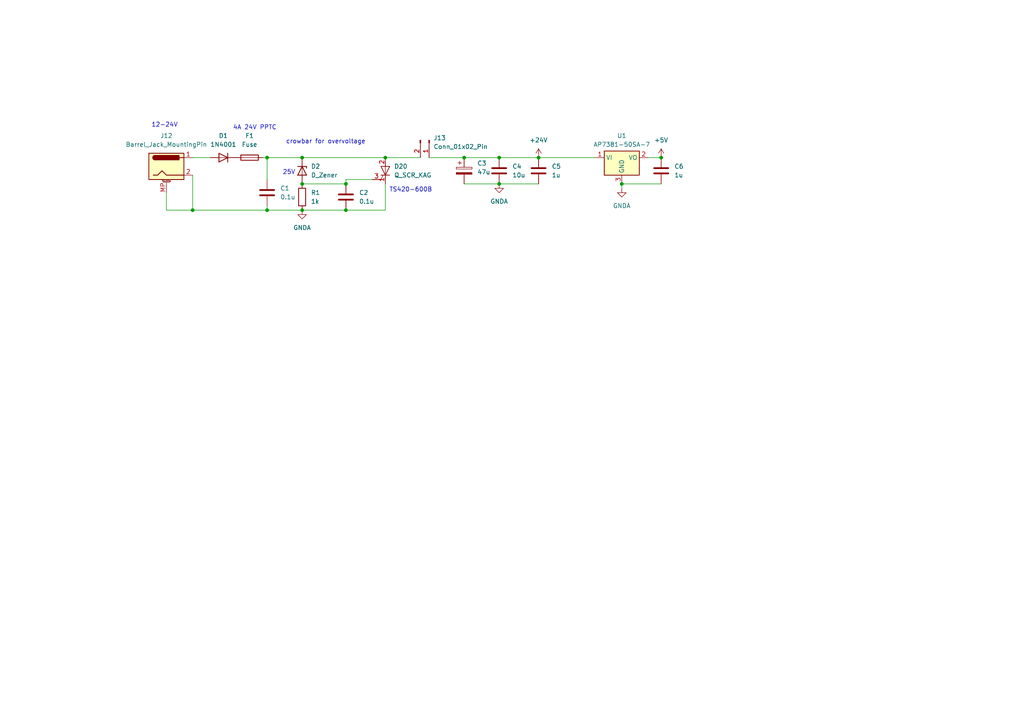
<source format=kicad_sch>
(kicad_sch (version 20231120) (generator "eeschema") (generator_version "8.0")
  (paper "A4")
  (lib_symbols
    (symbol "Connector:Barrel_Jack_MountingPin" (pin_names hide)
      (property "Reference" "J" (at 0 5.334 0))
      (property "Value" "Barrel_Jack_MountingPin" (at 1.27 -6.35 0))
      (symbol "Barrel_Jack_MountingPin_0_1"
        (rectangle (start -5.08 3.81) (end 5.08 -3.81) (stroke (width 0.254)) (fill (type background)))
        (arc (start -3.302 3.175) (mid -3.9343 2.54) (end -3.302 1.905) (stroke (width 0.254)))
        (arc (start -3.302 3.175) (mid -3.9343 2.54) (end -3.302 1.905) (stroke (width 0.254)) (fill (type outline)))
        (polyline (pts (xy 5.08 2.54) (xy 3.81 2.54)) (stroke (width 0.254)))
        (polyline (pts (xy -3.81 -2.54) (xy -2.54 -2.54) (xy -1.27 -1.27) (xy 0 -2.54) (xy 2.54 -2.54) (xy 5.08 -2.54)) (stroke (width 0.254)))
        (rectangle (start 3.683 3.175) (end -3.302 1.905) (stroke (width 0.254)) (fill (type outline)))
      )
      (symbol "Barrel_Jack_MountingPin_1_1"
        (polyline (pts (xy -1.016 -4.572) (xy 1.016 -4.572)) (stroke (width 0.1524)))
        (text "Mounting" (at 0 -4.191 0) (effects (font (size 0.381 0.381))))
        (pin passive line (at 7.62 2.54 180) (length 2.54) (name "~") (number "1"))
        (pin passive line (at 7.62 -2.54 180) (length 2.54) (name "~") (number "2"))
        (pin passive line (at 0 -7.62 90) (length 3.048) (name "MountPin") (number "MP"))
      )
    )
    (symbol "Connector:Conn_01x02_Pin" (pin_names (offset 1.016) hide)
      (property "Reference" "J" (at 0 2.54 0))
      (property "Value" "Conn_01x02_Pin" (at 0 -5.08 0))
      (symbol "Conn_01x02_Pin_1_1"
        (polyline (pts (xy 1.27 -2.54) (xy 0.8636 -2.54)) (stroke (width 0.1524)))
        (polyline (pts (xy 1.27 0) (xy 0.8636 0)) (stroke (width 0.1524)))
        (rectangle (start 0.8636 -2.413) (end 0 -2.667) (stroke (width 0.1524)) (fill (type outline)))
        (rectangle (start 0.8636 0.127) (end 0 -0.127) (stroke (width 0.1524)) (fill (type outline)))
        (pin passive line (at 5.08 0 180) (length 3.81) (name "Pin_1") (number "1"))
        (pin passive line (at 5.08 -2.54 180) (length 3.81) (name "Pin_2") (number "2"))
      )
    )
    (symbol "Device:C" (pin_numbers hide) (pin_names (offset 0.254))
      (property "Reference" "C" (at 0.635 2.54 0))
      (property "Value" "C" (at 0.635 -2.54 0))
      (symbol "C_0_1"
        (polyline (pts (xy -2.032 -0.762) (xy 2.032 -0.762)) (stroke (width 0.508)))
        (polyline (pts (xy -2.032 0.762) (xy 2.032 0.762)) (stroke (width 0.508)))
      )
      (symbol "C_1_1"
        (pin passive line (at 0 3.81 270) (length 2.794) (name "~") (number "1"))
        (pin passive line (at 0 -3.81 90) (length 2.794) (name "~") (number "2"))
      )
    )
    (symbol "Device:C_Polarized" (pin_numbers hide) (pin_names (offset 0.254))
      (property "Reference" "C" (at 0.635 2.54 0))
      (property "Value" "C_Polarized" (at 0.635 -2.54 0))
      (symbol "C_Polarized_0_1"
        (rectangle (start -2.286 0.508) (end 2.286 1.016))
        (polyline (pts (xy -1.778 2.286) (xy -0.762 2.286)))
        (polyline (pts (xy -1.27 2.794) (xy -1.27 1.778)))
        (rectangle (start 2.286 -0.508) (end -2.286 -1.016) (fill (type outline)))
      )
      (symbol "C_Polarized_1_1"
        (pin passive line (at 0 3.81 270) (length 2.794) (name "~") (number "1"))
        (pin passive line (at 0 -3.81 90) (length 2.794) (name "~") (number "2"))
      )
    )
    (symbol "Device:D_Zener" (pin_numbers hide) (pin_names (offset 1.016) hide)
      (property "Reference" "D" (at 0 2.54 0))
      (property "Value" "D_Zener" (at 0 -2.54 0))
      (symbol "D_Zener_0_1"
        (polyline (pts (xy 1.27 0) (xy -1.27 0)))
        (polyline (pts (xy -1.27 -1.27) (xy -1.27 1.27) (xy -0.762 1.27)) (stroke (width 0.254)))
        (polyline (pts (xy 1.27 -1.27) (xy 1.27 1.27) (xy -1.27 0) (xy 1.27 -1.27)) (stroke (width 0.254)))
      )
      (symbol "D_Zener_1_1"
        (pin passive line (at -3.81 0 0) (length 2.54) (name "K") (number "1"))
        (pin passive line (at 3.81 0 180) (length 2.54) (name "A") (number "2"))
      )
    )
    (symbol "Device:Fuse" (pin_numbers hide) (pin_names (offset 0))
      (property "Reference" "F" (at 2.032 0 90))
      (property "Value" "Fuse" (at -1.905 0 90))
      (symbol "Fuse_0_1"
        (rectangle (start -0.762 -2.54) (end 0.762 2.54) (stroke (width 0.254)))
        (polyline (pts (xy 0 2.54) (xy 0 -2.54)))
      )
      (symbol "Fuse_1_1"
        (pin passive line (at 0 3.81 270) (length 1.27) (name "~") (number "1"))
        (pin passive line (at 0 -3.81 90) (length 1.27) (name "~") (number "2"))
      )
    )
    (symbol "Device:Q_SCR_KAG" (pin_names (offset 0) hide)
      (property "Reference" "D" (at 1.905 0.635 0))
      (property "Value" "Q_SCR_KAG" (at 1.905 -1.27 0))
      (symbol "Q_SCR_KAG_0_1"
        (polyline (pts (xy -1.27 -2.54) (xy -0.635 -1.27)))
        (polyline (pts (xy -1.27 -1.27) (xy 1.27 -1.27)) (stroke (width 0.2032)))
        (polyline (pts (xy 0 -2.54) (xy 0 2.54)))
        (polyline (pts (xy -1.27 1.27) (xy 1.27 1.27) (xy 0 -1.27) (xy -1.27 1.27)) (stroke (width 0.2032)))
      )
      (symbol "Q_SCR_KAG_1_1"
        (pin passive line (at 0 -3.81 90) (length 2.54) (name "K") (number "1"))
        (pin passive line (at 0 3.81 270) (length 2.54) (name "A") (number "2"))
        (pin input line (at -3.81 -2.54 0) (length 2.54) (name "G") (number "3"))
      )
    )
    (symbol "Device:R" (pin_numbers hide) (pin_names (offset 0))
      (property "Reference" "R" (at 2.032 0 90))
      (property "Value" "R" (at 0 0 90))
      (symbol "R_0_1"
        (rectangle (start -1.016 -2.54) (end 1.016 2.54) (stroke (width 0.254)))
      )
      (symbol "R_1_1"
        (pin passive line (at 0 3.81 270) (length 1.27) (name "~") (number "1"))
        (pin passive line (at 0 -3.81 90) (length 1.27) (name "~") (number "2"))
      )
    )
    (symbol "Diode:1N4001" (pin_numbers hide) (pin_names hide)
      (property "Reference" "D" (at 0 2.54 0))
      (property "Value" "1N4001" (at 0 -2.54 0))
      (symbol "1N4001_0_1"
        (polyline (pts (xy -1.27 1.27) (xy -1.27 -1.27)) (stroke (width 0.254)))
        (polyline (pts (xy 1.27 0) (xy -1.27 0)))
        (polyline (pts (xy 1.27 1.27) (xy 1.27 -1.27) (xy -1.27 0) (xy 1.27 1.27)) (stroke (width 0.254)))
      )
      (symbol "1N4001_1_1"
        (pin passive line (at -3.81 0 0) (length 2.54) (name "K") (number "1"))
        (pin passive line (at 3.81 0 180) (length 2.54) (name "A") (number "2"))
      )
    )
    (symbol "Regulator_Linear:AP7381-50SA-7"
      (property "Reference" "U" (at -3.81 3.175 0))
      (property "Value" "AP7381-50SA-7" (at 0 3.175 0))
      (symbol "AP7381-50SA-7_0_1"
        (rectangle (start -5.08 1.905) (end 5.08 -5.08) (stroke (width 0.254)) (fill (type background)))
      )
      (symbol "AP7381-50SA-7_1_1"
        (pin power_in line (at -7.62 0 0) (length 2.54) (name "VI") (number "1"))
        (pin power_out line (at 7.62 0 180) (length 2.54) (name "VO") (number "2"))
        (pin power_in line (at 0 -7.62 90) (length 2.54) (name "GND") (number "3"))
      )
    )
    (symbol "power:+24V" (power) (pin_numbers hide) (pin_names (offset 0) hide)
      (property "Value" "+24V" (at 0 3.556 0))
      (symbol "+24V_0_1"
        (polyline (pts (xy -0.762 1.27) (xy 0 2.54)))
        (polyline (pts (xy 0 0) (xy 0 2.54)))
        (polyline (pts (xy 0 2.54) (xy 0.762 1.27)))
      )
      (symbol "+24V_1_1"
        (pin power_in line (at 0 0 90) (length 0) (name "~") (number "1"))
      )
    )
    (symbol "power:+5V" (power) (pin_numbers hide) (pin_names (offset 0) hide)
      (property "Value" "+5V" (at 0 3.556 0))
      (symbol "+5V_0_1"
        (polyline (pts (xy -0.762 1.27) (xy 0 2.54)))
        (polyline (pts (xy 0 0) (xy 0 2.54)))
        (polyline (pts (xy 0 2.54) (xy 0.762 1.27)))
      )
      (symbol "+5V_1_1"
        (pin power_in line (at 0 0 90) (length 0) (name "~") (number "1"))
      )
    )
    (symbol "power:GNDA" (power) (pin_numbers hide) (pin_names (offset 0) hide)
      (property "Value" "GNDA" (at 0 -3.81 0))
      (symbol "GNDA_0_1"
        (polyline (pts (xy 0 0) (xy 0 -1.27) (xy 1.27 -1.27) (xy 0 -2.54) (xy -1.27 -1.27) (xy 0 -1.27)))
      )
      (symbol "GNDA_1_1"
        (pin power_in line (at 0 0 270) (length 0) (name "~") (number "1"))
      )
    )
  )
  (junction (at 144.78 45.72))
  (junction (at 111.76 45.72))
  (junction (at 191.77 45.72))
  (junction (at 87.63 45.72))
  (junction (at 87.63 53.34))
  (junction (at 77.47 45.72))
  (junction (at 100.33 53.34))
  (junction (at 180.34 53.34))
  (junction (at 134.62 45.72))
  (junction (at 156.21 45.72))
  (junction (at 87.63 60.96))
  (junction (at 100.33 60.96))
  (junction (at 144.78 53.34))
  (junction (at 77.47 60.96))
  (junction (at 55.88 60.96))
  (wire (pts (xy 156.21 45.72) (xy 172.72 45.72)))
  (wire (pts (xy 100.33 60.96) (xy 111.76 60.96)))
  (wire (pts (xy 87.63 45.72) (xy 111.76 45.72)))
  (wire (pts (xy 100.33 52.07) (xy 107.95 52.07)))
  (wire (pts (xy 134.62 45.72) (xy 144.78 45.72)))
  (wire (pts (xy 77.47 59.69) (xy 77.47 60.96)))
  (wire (pts (xy 111.76 60.96) (xy 111.76 53.34)))
  (wire (pts (xy 48.26 60.96) (xy 48.26 55.88)))
  (wire (pts (xy 144.78 53.34) (xy 156.21 53.34)))
  (wire (pts (xy 77.47 60.96) (xy 87.63 60.96)))
  (wire (pts (xy 100.33 53.34) (xy 100.33 52.07)))
  (wire (pts (xy 55.88 60.96) (xy 77.47 60.96)))
  (wire (pts (xy 55.88 50.8) (xy 55.88 60.96)))
  (wire (pts (xy 87.63 60.96) (xy 100.33 60.96)))
  (wire (pts (xy 144.78 45.72) (xy 156.21 45.72)))
  (wire (pts (xy 111.76 45.72) (xy 121.92 45.72)))
  (wire (pts (xy 180.34 54.61) (xy 180.34 53.34)))
  (wire (pts (xy 87.63 53.34) (xy 100.33 53.34)))
  (wire (pts (xy 180.34 53.34) (xy 191.77 53.34)))
  (wire (pts (xy 77.47 45.72) (xy 87.63 45.72)))
  (wire (pts (xy 77.47 45.72) (xy 77.47 52.07)))
  (wire (pts (xy 187.96 45.72) (xy 191.77 45.72)))
  (wire (pts (xy 76.2 45.72) (xy 77.47 45.72)))
  (wire (pts (xy 55.88 45.72) (xy 60.96 45.72)))
  (wire (pts (xy 124.46 45.72) (xy 134.62 45.72)))
  (wire (pts (xy 134.62 53.34) (xy 144.78 53.34)))
  (wire (pts (xy 55.88 60.96) (xy 48.26 60.96)))
  (text "25V" (at 83.82 50.038 0) (effects (font (size 1.27 1.27))))
  (text "12-24V" (at 47.752 36.322 0) (effects (font (size 1.27 1.27))))
  (text "4A 24V PPTC" (at 73.914 37.084 0) (effects (font (size 1.27 1.27))))
  (text "TS420-600B" (at 119.126 55.118 0) (effects (font (size 1.27 1.27))))
  (text "crowbar for overvoltage" (at 94.488 41.148 0) (effects (font (size 1.27 1.27))))
  (symbol (lib_id "Connector:Barrel_Jack_MountingPin") (at 48.26 48.26 0) (unit 1)
    (property "Reference" "J12" (at 48.26 39.37 0))
    (property "Value" "Barrel_Jack_MountingPin" (at 48.26 41.91 0))
    (property "Footprint" "Connector_BarrelJack:BarrelJack_CUI_PJ-063AH_Horizontal" (effects (hide yes)))
    (property "Description" "DC Barrel Jack with a mounting pin" (effects (hide yes)))
  )
  (symbol (lib_id "power:GNDA") (at 87.63 60.96 0) (unit 1)
    (property "Reference" "#PWR05" (effects (hide yes)))
    (property "Value" "GNDA" (at 87.63 66.04 0))
    (property "Description" "Power symbol creates a global label with name \"GNDA\" , analog ground" (effects (hide yes)))
  )
  (symbol (lib_id "power:GNDA") (at 144.78 53.34 0) (unit 1)
    (property "Reference" "#PWR06" (effects (hide yes)))
    (property "Value" "GNDA" (at 144.78 58.42 0))
    (property "Description" "Power symbol creates a global label with name \"GNDA\" , analog ground" (effects (hide yes)))
  )
  (symbol (lib_id "Connector:Conn_01x02_Pin") (at 124.46 40.64 270) (unit 1)
    (property "Reference" "J13" (at 125.73 40.0049 90) (effects (justify left)))
    (property "Value" "Conn_01x02_Pin" (at 125.73 42.5449 90) (effects (justify left)))
    (property "Footprint" "Connector_PinHeader_2.54mm:PinHeader_1x02_P2.54mm_Horizontal" (effects (hide yes)))
    (property "Description" "Generic connector, single row, 01x02, script generated" (effects (hide yes)))
  )
  (symbol (lib_id "Device:C") (at 100.33 57.15 0) (unit 1)
    (property "Reference" "C2" (at 104.14 55.8799 0) (effects (justify left)))
    (property "Value" "0.1u" (at 104.14 58.4199 0) (effects (justify left)))
    (property "Footprint" "Capacitor_SMD:C_0603_1608Metric" (effects (hide yes)))
    (property "Description" "Unpolarized capacitor" (effects (hide yes)))
  )
  (symbol (lib_id "Device:Fuse") (at 72.39 45.72 90) (unit 1)
    (property "Reference" "F1" (at 72.39 39.37 90))
    (property "Value" "Fuse" (at 72.39 41.91 90))
    (property "Footprint" "Fuse:Fuse_1206_3216Metric" (effects (hide yes)))
    (property "Description" "Fuse" (effects (hide yes)))
  )
  (symbol (lib_id "Device:C_Polarized") (at 134.62 49.53 0) (unit 1)
    (property "Reference" "C3" (at 138.43 47.3709 0) (effects (justify left)))
    (property "Value" "47u" (at 138.43 49.9109 0) (effects (justify left)))
    (property "Footprint" "Capacitor_THT:CP_Radial_D6.3mm_P2.50mm" (effects (hide yes)))
    (property "Description" "Polarized capacitor" (effects (hide yes)))
  )
  (symbol (lib_id "Device:C") (at 191.77 49.53 0) (unit 1)
    (property "Reference" "C6" (at 195.58 48.2599 0) (effects (justify left)))
    (property "Value" "1u" (at 195.58 50.7999 0) (effects (justify left)))
    (property "Footprint" "Capacitor_SMD:C_0603_1608Metric" (effects (hide yes)))
    (property "Description" "Unpolarized capacitor" (effects (hide yes)))
  )
  (symbol (lib_id "Device:C") (at 144.78 49.53 0) (unit 1)
    (property "Reference" "C4" (at 148.59 48.2599 0) (effects (justify left)))
    (property "Value" "10u" (at 148.59 50.7999 0) (effects (justify left)))
    (property "Footprint" "Capacitor_SMD:C_0805_2012Metric" (effects (hide yes)))
    (property "Description" "Unpolarized capacitor" (effects (hide yes)))
  )
  (symbol (lib_id "Device:D_Zener") (at 87.63 49.53 270) (unit 1)
    (property "Reference" "D2" (at 90.17 48.2599 90) (effects (justify left)))
    (property "Value" "D_Zener" (at 90.17 50.7999 90) (effects (justify left)))
    (property "Footprint" "Diode_SMD:D_SOD-123" (effects (hide yes)))
    (property "Description" "Zener diode" (effects (hide yes)))
  )
  (symbol (lib_id "power:+24V") (at 156.21 45.72 0) (unit 1)
    (property "Reference" "#PWR07" (effects (hide yes)))
    (property "Value" "+24V" (at 156.21 40.64 0))
    (property "Description" "Power symbol creates a global label with name \"+24V\"" (effects (hide yes)))
  )
  (symbol (lib_id "Device:Q_SCR_KAG") (at 111.76 49.53 0) (unit 1)
    (property "Reference" "D20" (at 114.3 48.2599 0) (effects (justify left)))
    (property "Value" "Q_SCR_KAG" (at 114.3 50.7999 0) (effects (justify left)))
    (property "Footprint" "Package_TO_SOT_SMD:TO-252-3_TabPin2" (effects (hide yes)))
    (property "Description" "Silicon controlled rectifier, cathode/anode/gate" (effects (hide yes)))
  )
  (symbol (lib_id "power:GNDA") (at 180.34 54.61 0) (unit 1)
    (property "Reference" "#PWR08" (effects (hide yes)))
    (property "Value" "GNDA" (at 180.34 59.69 0))
    (property "Description" "Power symbol creates a global label with name \"GNDA\" , analog ground" (effects (hide yes)))
  )
  (symbol (lib_id "Device:C") (at 77.47 55.88 0) (unit 1)
    (property "Reference" "C1" (at 81.28 54.6099 0) (effects (justify left)))
    (property "Value" "0.1u" (at 81.28 57.1499 0) (effects (justify left)))
    (property "Footprint" "Capacitor_SMD:C_0603_1608Metric" (effects (hide yes)))
    (property "Description" "Unpolarized capacitor" (effects (hide yes)))
  )
  (symbol (lib_id "Device:C") (at 156.21 49.53 0) (unit 1)
    (property "Reference" "C5" (at 160.02 48.2599 0) (effects (justify left)))
    (property "Value" "1u" (at 160.02 50.7999 0) (effects (justify left)))
    (property "Footprint" "Capacitor_SMD:C_0603_1608Metric" (effects (hide yes)))
    (property "Description" "Unpolarized capacitor" (effects (hide yes)))
  )
  (symbol (lib_id "Diode:1N4001") (at 64.77 45.72 180) (unit 1)
    (property "Reference" "D1" (at 64.77 39.37 0))
    (property "Value" "1N4001" (at 64.77 41.91 0))
    (property "Footprint" "Diode_THT:D_DO-41_SOD81_P10.16mm_Horizontal" (effects (hide yes)))
    (property "Datasheet" "http://www.vishay.com/docs/88503/1n4001.pdf" (effects (hide yes)))
    (property "Description" "50V 1A General Purpose Rectifier Diode, DO-41" (effects (hide yes)))
    (property "Sim.Device" "D" (effects (hide yes)))
    (property "Sim.Pins" "1=K 2=A" (effects (hide yes)))
  )
  (symbol (lib_id "Device:R") (at 87.63 57.15 0) (unit 1)
    (property "Reference" "R1" (at 90.17 55.8799 0) (effects (justify left)))
    (property "Value" "1k" (at 90.17 58.4199 0) (effects (justify left)))
    (property "Footprint" "Resistor_SMD:R_0603_1608Metric" (effects (hide yes)))
    (property "Description" "Resistor" (effects (hide yes)))
  )
  (symbol (lib_id "Regulator_Linear:AP7381-50SA-7") (at 180.34 45.72 0) (unit 1)
    (property "Reference" "U1" (at 180.34 39.37 0))
    (property "Value" "AP7381-50SA-7" (at 180.34 41.91 0))
    (property "Footprint" "Package_TO_SOT_SMD:SOT-23" (effects (hide yes)))
    (property "Datasheet" "https://www.diodes.com/assets/Datasheets/AP7381.pdf" (effects (hide yes)))
    (property "Description" "150mA Low Dropout Voltage Regulator, Fixed Output 5.0V, Wide Input Voltage Range 40V, SOT-23" (effects (hide yes)))
  )
  (symbol (lib_id "power:+5V") (at 191.77 45.72 0) (unit 1)
    (property "Reference" "#PWR09" (effects (hide yes)))
    (property "Value" "+5V" (at 191.77 40.64 0))
    (property "Description" "Power symbol creates a global label with name \"+5V\"" (effects (hide yes)))
  )
)
</source>
